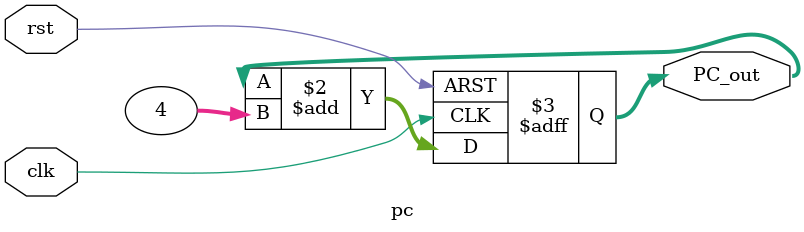
<source format=v>
 module pc(
    input wire clk,
    input wire rst,
    output reg [31:0] PC_out
);

 always @(posedge clk or posedge rst) begin
        if (rst)
            PC_out <= 32'b0;
        else
            PC_out <= PC_out + 32'd4;
    end

endmodule

</source>
